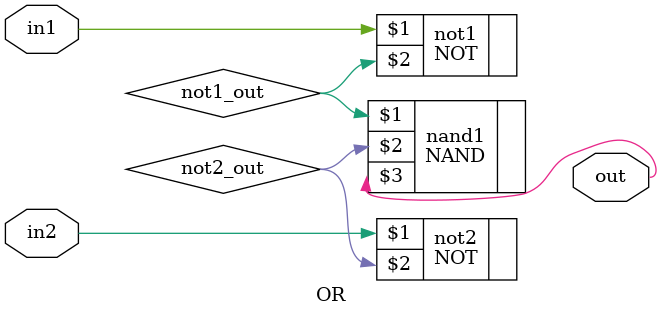
<source format=v>
module OR(
  input in1, in2,
  output out
);
  wire not1_out, not2_out;

  NOT not1(in1, not1_out);
  NOT not2(in2, not2_out);
  NAND nand1(not1_out, not2_out, out);
endmodule

</source>
